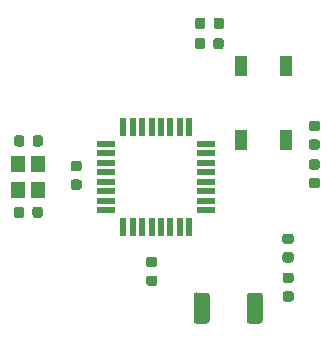
<source format=gbp>
%TF.GenerationSoftware,KiCad,Pcbnew,(5.1.6)-1*%
%TF.CreationDate,2020-12-17T15:03:58+07:00*%
%TF.ProjectId,Snowduno,536e6f77-6475-46e6-9f2e-6b696361645f,rev?*%
%TF.SameCoordinates,Original*%
%TF.FileFunction,Paste,Bot*%
%TF.FilePolarity,Positive*%
%FSLAX46Y46*%
G04 Gerber Fmt 4.6, Leading zero omitted, Abs format (unit mm)*
G04 Created by KiCad (PCBNEW (5.1.6)-1) date 2020-12-17 15:03:58*
%MOMM*%
%LPD*%
G01*
G04 APERTURE LIST*
%ADD10R,1.200000X1.400000*%
%ADD11R,0.550000X1.600000*%
%ADD12R,1.600000X0.550000*%
%ADD13R,1.000000X1.700000*%
G04 APERTURE END LIST*
D10*
%TO.C,Y1*%
X130980000Y-99130000D03*
X130980000Y-96930000D03*
X129280000Y-96930000D03*
X129280000Y-99130000D03*
%TD*%
D11*
%TO.C,U1*%
X138150000Y-102300000D03*
X138950000Y-102300000D03*
X139750000Y-102300000D03*
X140550000Y-102300000D03*
X141350000Y-102300000D03*
X142150000Y-102300000D03*
X142950000Y-102300000D03*
X143750000Y-102300000D03*
D12*
X145200000Y-100850000D03*
X145200000Y-100050000D03*
X145200000Y-99250000D03*
X145200000Y-98450000D03*
X145200000Y-97650000D03*
X145200000Y-96850000D03*
X145200000Y-96050000D03*
X145200000Y-95250000D03*
D11*
X143750000Y-93800000D03*
X142950000Y-93800000D03*
X142150000Y-93800000D03*
X141350000Y-93800000D03*
X140550000Y-93800000D03*
X139750000Y-93800000D03*
X138950000Y-93800000D03*
X138150000Y-93800000D03*
D12*
X136700000Y-95250000D03*
X136700000Y-96050000D03*
X136700000Y-96850000D03*
X136700000Y-97650000D03*
X136700000Y-98450000D03*
X136700000Y-99250000D03*
X136700000Y-100050000D03*
X136700000Y-100850000D03*
%TD*%
D13*
%TO.C,SW1*%
X148150000Y-88640000D03*
X148150000Y-94940000D03*
X151950000Y-88640000D03*
X151950000Y-94940000D03*
%TD*%
%TO.C,R4*%
G36*
G01*
X154596250Y-97427500D02*
X154083750Y-97427500D01*
G75*
G02*
X153865000Y-97208750I0J218750D01*
G01*
X153865000Y-96771250D01*
G75*
G02*
X154083750Y-96552500I218750J0D01*
G01*
X154596250Y-96552500D01*
G75*
G02*
X154815000Y-96771250I0J-218750D01*
G01*
X154815000Y-97208750D01*
G75*
G02*
X154596250Y-97427500I-218750J0D01*
G01*
G37*
G36*
G01*
X154596250Y-99002500D02*
X154083750Y-99002500D01*
G75*
G02*
X153865000Y-98783750I0J218750D01*
G01*
X153865000Y-98346250D01*
G75*
G02*
X154083750Y-98127500I218750J0D01*
G01*
X154596250Y-98127500D01*
G75*
G02*
X154815000Y-98346250I0J-218750D01*
G01*
X154815000Y-98783750D01*
G75*
G02*
X154596250Y-99002500I-218750J0D01*
G01*
G37*
%TD*%
%TO.C,R3*%
G36*
G01*
X152376250Y-107020000D02*
X151863750Y-107020000D01*
G75*
G02*
X151645000Y-106801250I0J218750D01*
G01*
X151645000Y-106363750D01*
G75*
G02*
X151863750Y-106145000I218750J0D01*
G01*
X152376250Y-106145000D01*
G75*
G02*
X152595000Y-106363750I0J-218750D01*
G01*
X152595000Y-106801250D01*
G75*
G02*
X152376250Y-107020000I-218750J0D01*
G01*
G37*
G36*
G01*
X152376250Y-108595000D02*
X151863750Y-108595000D01*
G75*
G02*
X151645000Y-108376250I0J218750D01*
G01*
X151645000Y-107938750D01*
G75*
G02*
X151863750Y-107720000I218750J0D01*
G01*
X152376250Y-107720000D01*
G75*
G02*
X152595000Y-107938750I0J-218750D01*
G01*
X152595000Y-108376250D01*
G75*
G02*
X152376250Y-108595000I-218750J0D01*
G01*
G37*
%TD*%
%TO.C,R2*%
G36*
G01*
X151853750Y-104417500D02*
X152366250Y-104417500D01*
G75*
G02*
X152585000Y-104636250I0J-218750D01*
G01*
X152585000Y-105073750D01*
G75*
G02*
X152366250Y-105292500I-218750J0D01*
G01*
X151853750Y-105292500D01*
G75*
G02*
X151635000Y-105073750I0J218750D01*
G01*
X151635000Y-104636250D01*
G75*
G02*
X151853750Y-104417500I218750J0D01*
G01*
G37*
G36*
G01*
X151853750Y-102842500D02*
X152366250Y-102842500D01*
G75*
G02*
X152585000Y-103061250I0J-218750D01*
G01*
X152585000Y-103498750D01*
G75*
G02*
X152366250Y-103717500I-218750J0D01*
G01*
X151853750Y-103717500D01*
G75*
G02*
X151635000Y-103498750I0J218750D01*
G01*
X151635000Y-103061250D01*
G75*
G02*
X151853750Y-102842500I218750J0D01*
G01*
G37*
%TD*%
%TO.C,R1*%
G36*
G01*
X145782500Y-87006250D02*
X145782500Y-86493750D01*
G75*
G02*
X146001250Y-86275000I218750J0D01*
G01*
X146438750Y-86275000D01*
G75*
G02*
X146657500Y-86493750I0J-218750D01*
G01*
X146657500Y-87006250D01*
G75*
G02*
X146438750Y-87225000I-218750J0D01*
G01*
X146001250Y-87225000D01*
G75*
G02*
X145782500Y-87006250I0J218750D01*
G01*
G37*
G36*
G01*
X144207500Y-87006250D02*
X144207500Y-86493750D01*
G75*
G02*
X144426250Y-86275000I218750J0D01*
G01*
X144863750Y-86275000D01*
G75*
G02*
X145082500Y-86493750I0J-218750D01*
G01*
X145082500Y-87006250D01*
G75*
G02*
X144863750Y-87225000I-218750J0D01*
G01*
X144426250Y-87225000D01*
G75*
G02*
X144207500Y-87006250I0J218750D01*
G01*
G37*
%TD*%
%TO.C,D2*%
G36*
G01*
X145465000Y-108074999D02*
X145465000Y-110225001D01*
G75*
G02*
X145215001Y-110475000I-249999J0D01*
G01*
X144364999Y-110475000D01*
G75*
G02*
X144115000Y-110225001I0J249999D01*
G01*
X144115000Y-108074999D01*
G75*
G02*
X144364999Y-107825000I249999J0D01*
G01*
X145215001Y-107825000D01*
G75*
G02*
X145465000Y-108074999I0J-249999D01*
G01*
G37*
G36*
G01*
X149965000Y-108074999D02*
X149965000Y-110225001D01*
G75*
G02*
X149715001Y-110475000I-249999J0D01*
G01*
X148864999Y-110475000D01*
G75*
G02*
X148615000Y-110225001I0J249999D01*
G01*
X148615000Y-108074999D01*
G75*
G02*
X148864999Y-107825000I249999J0D01*
G01*
X149715001Y-107825000D01*
G75*
G02*
X149965000Y-108074999I0J-249999D01*
G01*
G37*
%TD*%
%TO.C,D1*%
G36*
G01*
X145810000Y-85296250D02*
X145810000Y-84783750D01*
G75*
G02*
X146028750Y-84565000I218750J0D01*
G01*
X146466250Y-84565000D01*
G75*
G02*
X146685000Y-84783750I0J-218750D01*
G01*
X146685000Y-85296250D01*
G75*
G02*
X146466250Y-85515000I-218750J0D01*
G01*
X146028750Y-85515000D01*
G75*
G02*
X145810000Y-85296250I0J218750D01*
G01*
G37*
G36*
G01*
X144235000Y-85296250D02*
X144235000Y-84783750D01*
G75*
G02*
X144453750Y-84565000I218750J0D01*
G01*
X144891250Y-84565000D01*
G75*
G02*
X145110000Y-84783750I0J-218750D01*
G01*
X145110000Y-85296250D01*
G75*
G02*
X144891250Y-85515000I-218750J0D01*
G01*
X144453750Y-85515000D01*
G75*
G02*
X144235000Y-85296250I0J218750D01*
G01*
G37*
%TD*%
%TO.C,C5*%
G36*
G01*
X129790000Y-94733750D02*
X129790000Y-95246250D01*
G75*
G02*
X129571250Y-95465000I-218750J0D01*
G01*
X129133750Y-95465000D01*
G75*
G02*
X128915000Y-95246250I0J218750D01*
G01*
X128915000Y-94733750D01*
G75*
G02*
X129133750Y-94515000I218750J0D01*
G01*
X129571250Y-94515000D01*
G75*
G02*
X129790000Y-94733750I0J-218750D01*
G01*
G37*
G36*
G01*
X131365000Y-94733750D02*
X131365000Y-95246250D01*
G75*
G02*
X131146250Y-95465000I-218750J0D01*
G01*
X130708750Y-95465000D01*
G75*
G02*
X130490000Y-95246250I0J218750D01*
G01*
X130490000Y-94733750D01*
G75*
G02*
X130708750Y-94515000I218750J0D01*
G01*
X131146250Y-94515000D01*
G75*
G02*
X131365000Y-94733750I0J-218750D01*
G01*
G37*
%TD*%
%TO.C,C4*%
G36*
G01*
X133913750Y-98257500D02*
X134426250Y-98257500D01*
G75*
G02*
X134645000Y-98476250I0J-218750D01*
G01*
X134645000Y-98913750D01*
G75*
G02*
X134426250Y-99132500I-218750J0D01*
G01*
X133913750Y-99132500D01*
G75*
G02*
X133695000Y-98913750I0J218750D01*
G01*
X133695000Y-98476250D01*
G75*
G02*
X133913750Y-98257500I218750J0D01*
G01*
G37*
G36*
G01*
X133913750Y-96682500D02*
X134426250Y-96682500D01*
G75*
G02*
X134645000Y-96901250I0J-218750D01*
G01*
X134645000Y-97338750D01*
G75*
G02*
X134426250Y-97557500I-218750J0D01*
G01*
X133913750Y-97557500D01*
G75*
G02*
X133695000Y-97338750I0J218750D01*
G01*
X133695000Y-96901250D01*
G75*
G02*
X133913750Y-96682500I218750J0D01*
G01*
G37*
%TD*%
%TO.C,C3*%
G36*
G01*
X140816250Y-105687500D02*
X140303750Y-105687500D01*
G75*
G02*
X140085000Y-105468750I0J218750D01*
G01*
X140085000Y-105031250D01*
G75*
G02*
X140303750Y-104812500I218750J0D01*
G01*
X140816250Y-104812500D01*
G75*
G02*
X141035000Y-105031250I0J-218750D01*
G01*
X141035000Y-105468750D01*
G75*
G02*
X140816250Y-105687500I-218750J0D01*
G01*
G37*
G36*
G01*
X140816250Y-107262500D02*
X140303750Y-107262500D01*
G75*
G02*
X140085000Y-107043750I0J218750D01*
G01*
X140085000Y-106606250D01*
G75*
G02*
X140303750Y-106387500I218750J0D01*
G01*
X140816250Y-106387500D01*
G75*
G02*
X141035000Y-106606250I0J-218750D01*
G01*
X141035000Y-107043750D01*
G75*
G02*
X140816250Y-107262500I-218750J0D01*
G01*
G37*
%TD*%
%TO.C,C2*%
G36*
G01*
X130470000Y-101296250D02*
X130470000Y-100783750D01*
G75*
G02*
X130688750Y-100565000I218750J0D01*
G01*
X131126250Y-100565000D01*
G75*
G02*
X131345000Y-100783750I0J-218750D01*
G01*
X131345000Y-101296250D01*
G75*
G02*
X131126250Y-101515000I-218750J0D01*
G01*
X130688750Y-101515000D01*
G75*
G02*
X130470000Y-101296250I0J218750D01*
G01*
G37*
G36*
G01*
X128895000Y-101296250D02*
X128895000Y-100783750D01*
G75*
G02*
X129113750Y-100565000I218750J0D01*
G01*
X129551250Y-100565000D01*
G75*
G02*
X129770000Y-100783750I0J-218750D01*
G01*
X129770000Y-101296250D01*
G75*
G02*
X129551250Y-101515000I-218750J0D01*
G01*
X129113750Y-101515000D01*
G75*
G02*
X128895000Y-101296250I0J218750D01*
G01*
G37*
%TD*%
%TO.C,C1*%
G36*
G01*
X154596250Y-94170000D02*
X154083750Y-94170000D01*
G75*
G02*
X153865000Y-93951250I0J218750D01*
G01*
X153865000Y-93513750D01*
G75*
G02*
X154083750Y-93295000I218750J0D01*
G01*
X154596250Y-93295000D01*
G75*
G02*
X154815000Y-93513750I0J-218750D01*
G01*
X154815000Y-93951250D01*
G75*
G02*
X154596250Y-94170000I-218750J0D01*
G01*
G37*
G36*
G01*
X154596250Y-95745000D02*
X154083750Y-95745000D01*
G75*
G02*
X153865000Y-95526250I0J218750D01*
G01*
X153865000Y-95088750D01*
G75*
G02*
X154083750Y-94870000I218750J0D01*
G01*
X154596250Y-94870000D01*
G75*
G02*
X154815000Y-95088750I0J-218750D01*
G01*
X154815000Y-95526250D01*
G75*
G02*
X154596250Y-95745000I-218750J0D01*
G01*
G37*
%TD*%
M02*

</source>
